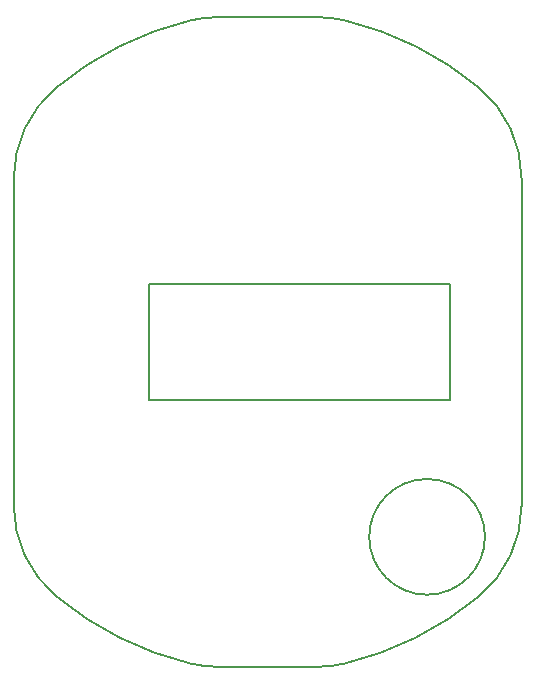
<source format=gbr>
%TF.GenerationSoftware,KiCad,Pcbnew,6.0.7-f9a2dced07~116~ubuntu20.04.1*%
%TF.CreationDate,2022-10-10T21:45:52+02:00*%
%TF.ProjectId,ploopy-nano,706c6f6f-7079-42d6-9e61-6e6f2e6b6963,rev?*%
%TF.SameCoordinates,Original*%
%TF.FileFunction,Profile,NP*%
%FSLAX46Y46*%
G04 Gerber Fmt 4.6, Leading zero omitted, Abs format (unit mm)*
G04 Created by KiCad (PCBNEW 6.0.7-f9a2dced07~116~ubuntu20.04.1) date 2022-10-10 21:45:52*
%MOMM*%
%LPD*%
G01*
G04 APERTURE LIST*
%TA.AperFunction,Profile*%
%ADD10C,0.160000*%
%TD*%
G04 APERTURE END LIST*
D10*
X152419809Y-69998493D02*
X143993811Y-69998493D01*
X163656811Y-102423492D02*
X163656811Y-92573494D01*
X130317809Y-119038494D02*
G75*
G03*
X141652810Y-124720493I17892791J21547194D01*
G01*
X154760809Y-70276501D02*
G75*
G03*
X152419809Y-69998493I-2344809J-9749399D01*
G01*
X138156810Y-102423492D02*
X163656811Y-102423492D01*
X154760808Y-124720479D02*
G75*
G03*
X166095810Y-119038493I-6557808J27229279D01*
G01*
X166095821Y-75958479D02*
G75*
G03*
X154760811Y-70276493I-17892821J-21547321D01*
G01*
X163656811Y-92573494D02*
X138156810Y-92573494D01*
X141652811Y-124720489D02*
G75*
G03*
X143993811Y-124998493I2344789J9749389D01*
G01*
X143993811Y-124998493D02*
X152419809Y-124998493D01*
X141652806Y-70276477D02*
G75*
G03*
X130317810Y-75958492I6557894J-27229323D01*
G01*
X126706810Y-83651493D02*
X126706810Y-111345493D01*
X126706815Y-111345493D02*
G75*
G03*
X130317810Y-119038493I9999785J-207D01*
G01*
X169706773Y-83651493D02*
G75*
G03*
X166095810Y-75958492I-9999873J193D01*
G01*
X169706810Y-111345493D02*
X169706810Y-83651493D01*
X166095818Y-119038502D02*
G75*
G03*
X169706810Y-111345493I-6388818J7692802D01*
G01*
X138156810Y-92573494D02*
X138156810Y-102423492D01*
X152419809Y-124998502D02*
G75*
G03*
X154760811Y-124720493I-3809J10027402D01*
G01*
X166606810Y-113998492D02*
G75*
G03*
X166606810Y-113998492I-4900001J0D01*
G01*
X143993811Y-69998487D02*
G75*
G03*
X141652810Y-70276493I3789J-10027313D01*
G01*
X130317814Y-75958497D02*
G75*
G03*
X126706810Y-83651493I6388786J-7692803D01*
G01*
M02*

</source>
